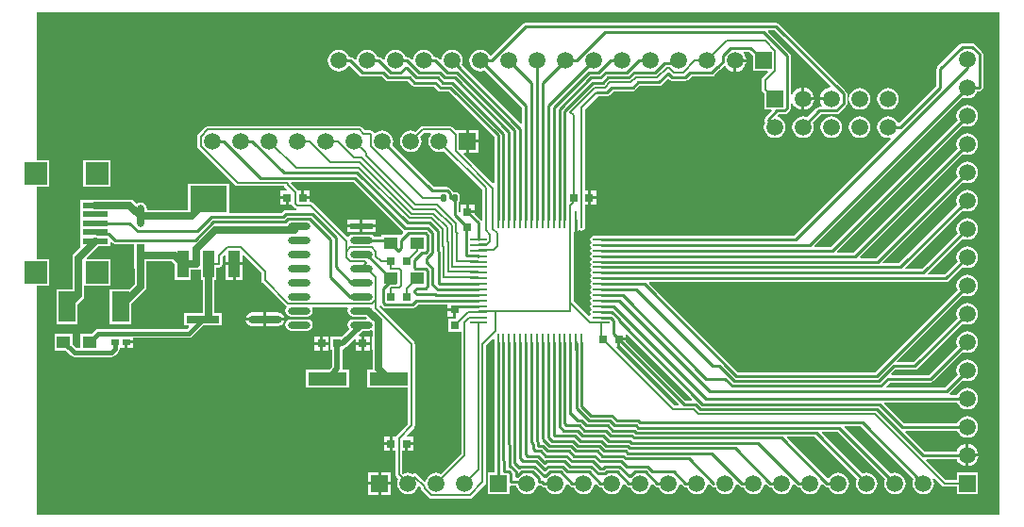
<source format=gtl>
G04 Layer_Physical_Order=1*
G04 Layer_Color=255*
%FSLAX25Y25*%
%MOIN*%
G70*
G01*
G75*
G04:AMPARAMS|DCode=10|XSize=23.62mil|YSize=19.69mil|CornerRadius=4.92mil|HoleSize=0mil|Usage=FLASHONLY|Rotation=90.000|XOffset=0mil|YOffset=0mil|HoleType=Round|Shape=RoundedRectangle|*
%AMROUNDEDRECTD10*
21,1,0.02362,0.00984,0,0,90.0*
21,1,0.01378,0.01969,0,0,90.0*
1,1,0.00984,0.00492,0.00689*
1,1,0.00984,0.00492,-0.00689*
1,1,0.00984,-0.00492,-0.00689*
1,1,0.00984,-0.00492,0.00689*
%
%ADD10ROUNDEDRECTD10*%
%ADD11R,0.03000X0.03000*%
%ADD12R,0.03000X0.03000*%
%ADD13R,0.02500X0.02000*%
%ADD14R,0.04921X0.04331*%
%ADD15O,0.08000X0.02400*%
%ADD16R,0.08000X0.02400*%
%ADD17R,0.09055X0.01969*%
%ADD18O,0.06102X0.00984*%
%ADD19O,0.00984X0.06102*%
%ADD20R,0.03937X0.09449*%
%ADD21R,0.12992X0.09449*%
%ADD22R,0.05906X0.10630*%
%ADD23R,0.11811X0.02756*%
%ADD24O,0.11811X0.02756*%
%ADD25R,0.02756X0.07874*%
%ADD26O,0.02756X0.07874*%
%ADD27R,0.13780X0.04724*%
%ADD28C,0.00800*%
%ADD29C,0.01000*%
%ADD30C,0.01500*%
%ADD31C,0.02500*%
%ADD32C,0.02000*%
%ADD33C,0.00000*%
%ADD34C,0.05906*%
%ADD35R,0.05906X0.05906*%
%ADD36R,0.07874X0.07874*%
%ADD37R,0.05906X0.05906*%
G36*
X359900Y280257D02*
X364074D01*
Y270783D01*
X359900D01*
Y245217D01*
X364074D01*
Y235743D01*
X359900D01*
Y155000D01*
X699900D01*
Y332500D01*
X359900D01*
Y280257D01*
D02*
G37*
%LPC*%
G36*
X475400Y218000D02*
X477400D01*
Y216000D01*
X475400D01*
Y218000D01*
D02*
G37*
G36*
X457900D02*
X459900D01*
Y216000D01*
X457900D01*
Y218000D01*
D02*
G37*
G36*
X460900D02*
X462900D01*
Y216000D01*
X460900D01*
Y218000D01*
D02*
G37*
G36*
X457900Y215000D02*
X459900D01*
Y213000D01*
X457900D01*
Y215000D01*
D02*
G37*
G36*
X391900Y215500D02*
X393650D01*
Y214000D01*
X391900D01*
Y215500D01*
D02*
G37*
G36*
X440900Y226425D02*
X444928D01*
X445855Y226240D01*
X446642Y225714D01*
X447167Y224928D01*
X447253Y224500D01*
X440900D01*
Y226425D01*
D02*
G37*
G36*
X435872D02*
X439900D01*
Y224500D01*
X433547D01*
X433633Y224928D01*
X434158Y225714D01*
X434945Y226240D01*
X435872Y226425D01*
D02*
G37*
G36*
X433547Y223500D02*
X439900D01*
Y221575D01*
X435872D01*
X434945Y221760D01*
X434158Y222286D01*
X433633Y223072D01*
X433547Y223500D01*
D02*
G37*
G36*
X449600Y224039D02*
X455200D01*
X455980Y223884D01*
X456642Y223442D01*
X457084Y222780D01*
X457239Y222000D01*
X457084Y221220D01*
X456642Y220558D01*
X455980Y220116D01*
X455200Y219961D01*
X449600D01*
X448820Y220116D01*
X448158Y220558D01*
X447716Y221220D01*
X447561Y222000D01*
X447716Y222780D01*
X448158Y223442D01*
X448820Y223884D01*
X449600Y224039D01*
D02*
G37*
G36*
X440900Y223500D02*
X447253D01*
X447167Y223072D01*
X446642Y222286D01*
X445855Y221760D01*
X444928Y221575D01*
X440900D01*
Y223500D01*
D02*
G37*
G36*
X460900Y215000D02*
X462900D01*
Y213000D01*
X460900D01*
Y215000D01*
D02*
G37*
G36*
X476947Y169953D02*
X480400D01*
Y166500D01*
X476947D01*
Y169953D01*
D02*
G37*
G36*
X688900Y175500D02*
X692321D01*
X692251Y174968D01*
X691853Y174007D01*
X691219Y173181D01*
X690393Y172547D01*
X689432Y172149D01*
X688900Y172079D01*
Y175500D01*
D02*
G37*
G36*
X481400Y169953D02*
X484853D01*
Y166500D01*
X481400D01*
Y169953D01*
D02*
G37*
G36*
Y165500D02*
X484853D01*
Y162047D01*
X481400D01*
Y165500D01*
D02*
G37*
G36*
X476947D02*
X480400D01*
Y162047D01*
X476947D01*
Y165500D01*
D02*
G37*
G36*
X475400Y215000D02*
X477400D01*
Y213000D01*
X475400D01*
Y215000D01*
D02*
G37*
G36*
X472400D02*
X474400D01*
Y213000D01*
X472400D01*
Y215000D01*
D02*
G37*
G36*
X482400Y182500D02*
X484400D01*
Y180500D01*
X482400D01*
Y182500D01*
D02*
G37*
G36*
X688900Y179921D02*
X689432Y179851D01*
X690393Y179453D01*
X691219Y178819D01*
X691853Y177993D01*
X692251Y177032D01*
X692321Y176500D01*
X688900D01*
Y179921D01*
D02*
G37*
G36*
X482400Y179500D02*
X484400D01*
Y177500D01*
X482400D01*
Y179500D01*
D02*
G37*
G36*
X429955Y243083D02*
X432424D01*
Y237858D01*
X429955D01*
Y243083D01*
D02*
G37*
G36*
X532386Y328825D02*
X620914D01*
X621421Y328725D01*
X621852Y328437D01*
X645590Y304699D01*
X645877Y304269D01*
X645978Y303762D01*
Y300238D01*
X645877Y299731D01*
X645590Y299301D01*
X643099Y296810D01*
X642669Y296523D01*
X642162Y296422D01*
X636696D01*
X633821Y293547D01*
X634056Y292980D01*
X634185Y292000D01*
X634056Y291020D01*
X633678Y290107D01*
X633076Y289323D01*
X632293Y288722D01*
X631380Y288344D01*
X630400Y288215D01*
X629420Y288344D01*
X628507Y288722D01*
X627724Y289323D01*
X627122Y290107D01*
X626744Y291020D01*
X626615Y292000D01*
X626744Y292980D01*
X627122Y293893D01*
X627724Y294676D01*
X628507Y295278D01*
X629420Y295656D01*
X630400Y295785D01*
X631380Y295656D01*
X631947Y295421D01*
X635210Y298685D01*
X635640Y298972D01*
X636147Y299073D01*
X637034D01*
X637280Y299573D01*
X636947Y300007D01*
X636549Y300968D01*
X636479Y301500D01*
X640400D01*
Y302500D01*
X636479D01*
X636549Y303032D01*
X636947Y303993D01*
X637581Y304819D01*
X638407Y305453D01*
X639368Y305851D01*
X639910Y305922D01*
X640090Y306450D01*
X620365Y326174D01*
X618260D01*
X618069Y325713D01*
X625590Y318191D01*
X625877Y317761D01*
X625978Y317254D01*
Y302527D01*
X626478Y302494D01*
X626549Y303032D01*
X626947Y303993D01*
X627581Y304819D01*
X628407Y305453D01*
X629368Y305851D01*
X629900Y305921D01*
Y302000D01*
Y298079D01*
X629368Y298149D01*
X628407Y298547D01*
X627581Y299181D01*
X626947Y300007D01*
X626549Y300968D01*
X626478Y301506D01*
X625978Y301473D01*
Y298509D01*
X625877Y298002D01*
X625590Y297571D01*
X624828Y296810D01*
X624399Y296523D01*
X623891Y296422D01*
X621860D01*
X621528Y296040D01*
X621645Y295546D01*
X622293Y295278D01*
X623076Y294676D01*
X623678Y293893D01*
X624056Y292980D01*
X624185Y292000D01*
X624056Y291020D01*
X623678Y290107D01*
X623076Y289323D01*
X622293Y288722D01*
X621380Y288344D01*
X620400Y288215D01*
X619420Y288344D01*
X618507Y288722D01*
X617724Y289323D01*
X617122Y290107D01*
X616744Y291020D01*
X616615Y292000D01*
X616744Y292980D01*
X616984Y293560D01*
X616734Y293934D01*
X616633Y294442D01*
X616734Y294949D01*
X617021Y295379D01*
X619428Y297785D01*
X619237Y298247D01*
X616647D01*
Y304022D01*
X616182Y304488D01*
X615917Y304885D01*
X615824Y305353D01*
Y308545D01*
X615917Y309013D01*
X616182Y309410D01*
X618058Y311285D01*
X617866Y311747D01*
X612647D01*
Y314642D01*
X612622Y314770D01*
Y315500D01*
X612647Y315628D01*
Y317378D01*
X611337Y318689D01*
X609503D01*
X609319Y318189D01*
X609853Y317493D01*
X610251Y316532D01*
X610321Y316000D01*
X606400D01*
Y315500D01*
X605900D01*
Y311579D01*
X605368Y311649D01*
X604407Y312047D01*
X603581Y312681D01*
X603018Y313414D01*
X602455Y313558D01*
X601260Y312363D01*
X600933Y312144D01*
X599099Y310310D01*
X598669Y310023D01*
X598162Y309922D01*
X594638D01*
X594420Y309965D01*
X591017D01*
X589761Y308710D01*
X589331Y308423D01*
X588824Y308322D01*
X583976D01*
X583468Y308423D01*
X583039Y308710D01*
X582673Y309076D01*
X580507Y306910D01*
X580077Y306623D01*
X579570Y306522D01*
X572664D01*
X571253Y305110D01*
X570823Y304823D01*
X570315Y304722D01*
X563410D01*
X561998Y303310D01*
X561568Y303023D01*
X561061Y302922D01*
X557997D01*
X553387Y298312D01*
Y269500D01*
X554400D01*
Y267000D01*
Y264500D01*
X553387D01*
Y262283D01*
X553481Y261811D01*
Y256693D01*
X553381Y256189D01*
X553095Y255761D01*
X552668Y255476D01*
X552164Y255376D01*
X551660Y255476D01*
X551407Y255644D01*
X551271Y255617D01*
X550777Y255287D01*
X550695Y255271D01*
Y259252D01*
X549695D01*
Y255027D01*
X549450Y254841D01*
Y252500D01*
Y230347D01*
X554667Y225131D01*
X555142Y225237D01*
X555200Y225305D01*
X555517Y225781D01*
X555544Y225917D01*
X555376Y226169D01*
X555275Y226673D01*
X555376Y227177D01*
X555432Y227262D01*
X555634Y227658D01*
X555432Y228053D01*
X555376Y228138D01*
X555275Y228642D01*
X555376Y229146D01*
X555432Y229230D01*
X555634Y229626D01*
X555432Y230022D01*
X555376Y230106D01*
X555275Y230610D01*
X555376Y231114D01*
X555432Y231199D01*
X555634Y231594D01*
X555432Y231990D01*
X555376Y232075D01*
X555275Y232579D01*
X555376Y233083D01*
X555432Y233167D01*
X555634Y233563D01*
X555432Y233959D01*
X555376Y234043D01*
X555275Y234547D01*
X555376Y235051D01*
X555432Y235136D01*
X555634Y235531D01*
X555432Y235927D01*
X555376Y236012D01*
X555275Y236516D01*
X555376Y237020D01*
X555432Y237104D01*
X555634Y237500D01*
X555432Y237896D01*
X555376Y237980D01*
X555275Y238484D01*
X555376Y238988D01*
X555432Y239073D01*
X555634Y239469D01*
X555432Y239864D01*
X555376Y239949D01*
X555275Y240453D01*
X555376Y240957D01*
X555432Y241041D01*
X555634Y241437D01*
X555432Y241833D01*
X555376Y241917D01*
X555275Y242421D01*
X555376Y242925D01*
X555432Y243010D01*
X555634Y243406D01*
X555432Y243801D01*
X555376Y243886D01*
X555275Y244390D01*
X555376Y244894D01*
X555432Y244978D01*
X555634Y245374D01*
X555432Y245770D01*
X555376Y245854D01*
X555275Y246358D01*
X555376Y246862D01*
X555432Y246947D01*
X555634Y247342D01*
X555432Y247738D01*
X555376Y247823D01*
X555275Y248327D01*
X555376Y248831D01*
X555432Y248916D01*
X555634Y249311D01*
X555432Y249707D01*
X555376Y249791D01*
X555275Y250295D01*
X555376Y250799D01*
X555432Y250884D01*
X555634Y251279D01*
X555432Y251675D01*
X555376Y251760D01*
X555275Y252264D01*
X555376Y252768D01*
X555661Y253195D01*
X556089Y253481D01*
X556593Y253581D01*
X559111D01*
X559152Y253589D01*
X627160D01*
X661415Y287844D01*
X661182Y288318D01*
X660400Y288215D01*
X659420Y288344D01*
X658507Y288722D01*
X657724Y289323D01*
X657122Y290107D01*
X656744Y291020D01*
X656615Y292000D01*
X656744Y292980D01*
X657122Y293893D01*
X657724Y294676D01*
X658507Y295278D01*
X659420Y295656D01*
X660400Y295785D01*
X661380Y295656D01*
X662293Y295278D01*
X663076Y294676D01*
X663678Y293893D01*
X663882Y293400D01*
X664375Y293349D01*
X677529Y306504D01*
Y312469D01*
X677630Y312976D01*
X677917Y313406D01*
X685701Y321190D01*
X686131Y321477D01*
X686638Y321578D01*
X690162D01*
X690669Y321477D01*
X691099Y321190D01*
X693590Y318699D01*
X693877Y318269D01*
X693978Y317761D01*
Y306000D01*
X693877Y305493D01*
X693590Y305063D01*
X693160Y304775D01*
X692653Y304675D01*
X691913D01*
X691678Y304107D01*
X691077Y303324D01*
X690293Y302722D01*
X689380Y302344D01*
X688400Y302215D01*
X687420Y302344D01*
X686853Y302579D01*
X634389Y250114D01*
X634580Y249652D01*
X640178D01*
X684979Y294453D01*
X684744Y295020D01*
X684615Y296000D01*
X684744Y296980D01*
X685122Y297893D01*
X685723Y298676D01*
X686507Y299278D01*
X687420Y299656D01*
X688400Y299785D01*
X689380Y299656D01*
X690293Y299278D01*
X691077Y298676D01*
X691678Y297893D01*
X692056Y296980D01*
X692185Y296000D01*
X692056Y295020D01*
X691678Y294107D01*
X691077Y293323D01*
X690293Y292722D01*
X689380Y292344D01*
X688400Y292215D01*
X687420Y292344D01*
X686853Y292579D01*
X642420Y248146D01*
X642612Y247684D01*
X648209D01*
X684979Y284453D01*
X684744Y285020D01*
X684615Y286000D01*
X684744Y286980D01*
X685122Y287893D01*
X685723Y288677D01*
X686507Y289278D01*
X687420Y289656D01*
X688400Y289785D01*
X689380Y289656D01*
X690293Y289278D01*
X691077Y288677D01*
X691678Y287893D01*
X692056Y286980D01*
X692185Y286000D01*
X692056Y285020D01*
X691678Y284107D01*
X691077Y283324D01*
X690293Y282722D01*
X689380Y282344D01*
X688400Y282215D01*
X687420Y282344D01*
X686853Y282579D01*
X650452Y246177D01*
X650643Y245715D01*
X656241D01*
X684979Y274453D01*
X684744Y275020D01*
X684615Y276000D01*
X684744Y276980D01*
X685122Y277893D01*
X685723Y278677D01*
X686507Y279278D01*
X687420Y279656D01*
X688400Y279785D01*
X689380Y279656D01*
X690293Y279278D01*
X691077Y278677D01*
X691678Y277893D01*
X692056Y276980D01*
X692185Y276000D01*
X692056Y275020D01*
X691678Y274107D01*
X691077Y273323D01*
X690293Y272722D01*
X689380Y272344D01*
X688400Y272215D01*
X687420Y272344D01*
X686853Y272579D01*
X658483Y244209D01*
X658674Y243747D01*
X664272D01*
X684979Y264453D01*
X684744Y265020D01*
X684615Y266000D01*
X684744Y266980D01*
X685122Y267893D01*
X685723Y268676D01*
X686507Y269278D01*
X687420Y269656D01*
X688400Y269785D01*
X689380Y269656D01*
X690293Y269278D01*
X691077Y268676D01*
X691678Y267893D01*
X692056Y266980D01*
X692185Y266000D01*
X692056Y265020D01*
X691678Y264107D01*
X691077Y263323D01*
X690293Y262722D01*
X689380Y262344D01*
X688400Y262215D01*
X687420Y262344D01*
X686853Y262579D01*
X666515Y242240D01*
X666706Y241778D01*
X672304D01*
X684979Y254453D01*
X684744Y255020D01*
X684615Y256000D01*
X684744Y256980D01*
X685122Y257893D01*
X685723Y258677D01*
X686507Y259278D01*
X687420Y259656D01*
X688400Y259785D01*
X689380Y259656D01*
X690293Y259278D01*
X691077Y258677D01*
X691678Y257893D01*
X692056Y256980D01*
X692185Y256000D01*
X692056Y255020D01*
X691678Y254107D01*
X691077Y253324D01*
X690293Y252722D01*
X689380Y252344D01*
X688400Y252215D01*
X687420Y252344D01*
X686853Y252579D01*
X674546Y240272D01*
X674738Y239810D01*
X680335D01*
X684979Y244453D01*
X684744Y245020D01*
X684615Y246000D01*
X684744Y246980D01*
X685122Y247893D01*
X685723Y248676D01*
X686507Y249278D01*
X687420Y249656D01*
X688400Y249785D01*
X689380Y249656D01*
X690293Y249278D01*
X691077Y248676D01*
X691678Y247893D01*
X692056Y246980D01*
X692185Y246000D01*
X692056Y245020D01*
X691678Y244107D01*
X691077Y243323D01*
X690293Y242722D01*
X689380Y242344D01*
X688400Y242215D01*
X687420Y242344D01*
X686853Y242579D01*
X681821Y237547D01*
X681391Y237260D01*
X680884Y237159D01*
X576269D01*
X576078Y236697D01*
X607449Y205326D01*
X655851D01*
X684979Y234453D01*
X684744Y235020D01*
X684615Y236000D01*
X684744Y236980D01*
X685122Y237893D01*
X685723Y238677D01*
X686507Y239278D01*
X687420Y239656D01*
X688400Y239785D01*
X689380Y239656D01*
X690293Y239278D01*
X691077Y238677D01*
X691678Y237893D01*
X692056Y236980D01*
X692185Y236000D01*
X692056Y235020D01*
X691678Y234107D01*
X691077Y233324D01*
X690293Y232722D01*
X689380Y232344D01*
X688400Y232215D01*
X687420Y232344D01*
X686853Y232579D01*
X663562Y209287D01*
X663753Y208825D01*
X669351D01*
X684979Y224453D01*
X684744Y225020D01*
X684615Y226000D01*
X684744Y226980D01*
X685122Y227893D01*
X685723Y228677D01*
X686507Y229278D01*
X687420Y229656D01*
X688400Y229785D01*
X689380Y229656D01*
X690293Y229278D01*
X691077Y228677D01*
X691678Y227893D01*
X692056Y226980D01*
X692185Y226000D01*
X692056Y225020D01*
X691678Y224107D01*
X691077Y223323D01*
X690293Y222722D01*
X689380Y222344D01*
X688400Y222215D01*
X687420Y222344D01*
X686853Y222579D01*
X670837Y206563D01*
X670407Y206275D01*
X669900Y206174D01*
X662995D01*
X661608Y204787D01*
X661799Y204326D01*
X674851D01*
X684979Y214453D01*
X684744Y215020D01*
X684615Y216000D01*
X684744Y216980D01*
X685122Y217893D01*
X685723Y218676D01*
X686507Y219278D01*
X687420Y219656D01*
X688400Y219785D01*
X689380Y219656D01*
X690293Y219278D01*
X691077Y218676D01*
X691678Y217893D01*
X692056Y216980D01*
X692185Y216000D01*
X692056Y215020D01*
X691678Y214107D01*
X691077Y213323D01*
X690293Y212722D01*
X689380Y212344D01*
X688400Y212215D01*
X687420Y212344D01*
X686853Y212579D01*
X676337Y202063D01*
X675907Y201775D01*
X675400Y201675D01*
X661040D01*
X659753Y200387D01*
X659944Y199925D01*
X680451D01*
X684979Y204453D01*
X684744Y205020D01*
X684615Y206000D01*
X684744Y206980D01*
X685122Y207893D01*
X685723Y208677D01*
X686507Y209278D01*
X687420Y209656D01*
X688400Y209785D01*
X689380Y209656D01*
X690293Y209278D01*
X691077Y208677D01*
X691678Y207893D01*
X692056Y206980D01*
X692185Y206000D01*
X692056Y205020D01*
X691678Y204107D01*
X691077Y203324D01*
X690293Y202722D01*
X689380Y202344D01*
X688400Y202215D01*
X687420Y202344D01*
X686853Y202579D01*
X682100Y197826D01*
X682307Y197326D01*
X684887D01*
X685122Y197893D01*
X685723Y198677D01*
X686507Y199278D01*
X687420Y199656D01*
X688400Y199785D01*
X689380Y199656D01*
X690293Y199278D01*
X691077Y198677D01*
X691678Y197893D01*
X692056Y196980D01*
X692185Y196000D01*
X692056Y195020D01*
X691678Y194107D01*
X691077Y193324D01*
X690293Y192722D01*
X689380Y192344D01*
X688400Y192215D01*
X687420Y192344D01*
X686507Y192722D01*
X685723Y193324D01*
X685122Y194107D01*
X684887Y194675D01*
X659203D01*
X659012Y194213D01*
X665899Y187326D01*
X684887D01*
X685122Y187893D01*
X685723Y188677D01*
X686507Y189278D01*
X687420Y189656D01*
X688400Y189785D01*
X689380Y189656D01*
X690293Y189278D01*
X691077Y188677D01*
X691678Y187893D01*
X692056Y186980D01*
X692185Y186000D01*
X692056Y185020D01*
X691678Y184107D01*
X691077Y183324D01*
X690293Y182722D01*
X689380Y182344D01*
X688400Y182215D01*
X687420Y182344D01*
X686507Y182722D01*
X685723Y183324D01*
X685122Y184107D01*
X684887Y184675D01*
X666657D01*
X666466Y184213D01*
X673353Y177325D01*
X684671D01*
X684947Y177993D01*
X685581Y178819D01*
X686407Y179453D01*
X687368Y179851D01*
X687900Y179921D01*
Y176000D01*
Y172079D01*
X687368Y172149D01*
X686407Y172547D01*
X685581Y173181D01*
X684947Y174007D01*
X684671Y174674D01*
X674109D01*
X673918Y174213D01*
X680907Y167224D01*
X684647D01*
Y169753D01*
X692153D01*
Y162247D01*
X684647D01*
Y164777D01*
X680400D01*
X679932Y164870D01*
X679535Y165135D01*
X676678Y167991D01*
X676254Y167708D01*
X676556Y166980D01*
X676685Y166000D01*
X676556Y165020D01*
X676178Y164107D01*
X675576Y163323D01*
X674793Y162722D01*
X673880Y162344D01*
X672900Y162215D01*
X671920Y162344D01*
X671007Y162722D01*
X670224Y163323D01*
X669622Y164107D01*
X669244Y165020D01*
X669115Y166000D01*
X669244Y166980D01*
X669479Y167547D01*
X650851Y186174D01*
X645253D01*
X645062Y185713D01*
X661353Y169421D01*
X661920Y169656D01*
X662900Y169785D01*
X663880Y169656D01*
X664793Y169278D01*
X665577Y168676D01*
X666178Y167893D01*
X666556Y166980D01*
X666685Y166000D01*
X666556Y165020D01*
X666178Y164107D01*
X665577Y163323D01*
X664793Y162722D01*
X663880Y162344D01*
X662900Y162215D01*
X661920Y162344D01*
X661007Y162722D01*
X660223Y163323D01*
X659622Y164107D01*
X659244Y165020D01*
X659115Y166000D01*
X659244Y166980D01*
X659479Y167547D01*
X642651Y184374D01*
X637053D01*
X636862Y183913D01*
X651353Y169421D01*
X651920Y169656D01*
X652900Y169785D01*
X653880Y169656D01*
X654793Y169278D01*
X655577Y168676D01*
X656178Y167893D01*
X656556Y166980D01*
X656685Y166000D01*
X656556Y165020D01*
X656178Y164107D01*
X655577Y163323D01*
X654793Y162722D01*
X653880Y162344D01*
X652900Y162215D01*
X651920Y162344D01*
X651007Y162722D01*
X650223Y163323D01*
X649622Y164107D01*
X649244Y165020D01*
X649115Y166000D01*
X649244Y166980D01*
X649479Y167547D01*
X634451Y182574D01*
X624868D01*
X624676Y182113D01*
X639091Y167698D01*
X639582Y167795D01*
X639622Y167893D01*
X640224Y168676D01*
X641007Y169278D01*
X641920Y169656D01*
X642900Y169785D01*
X643880Y169656D01*
X644793Y169278D01*
X645576Y168676D01*
X646178Y167893D01*
X646556Y166980D01*
X646685Y166000D01*
X646556Y165020D01*
X646178Y164107D01*
X645576Y163323D01*
X644793Y162722D01*
X643880Y162344D01*
X642900Y162215D01*
X641920Y162344D01*
X641007Y162722D01*
X640224Y163323D01*
X639622Y164107D01*
X639387Y164674D01*
X638914D01*
X638407Y164775D01*
X637977Y165063D01*
X637172Y165868D01*
X636644Y165689D01*
X636556Y165020D01*
X636178Y164107D01*
X635576Y163323D01*
X634793Y162722D01*
X633880Y162344D01*
X632900Y162215D01*
X631920Y162344D01*
X631007Y162722D01*
X630224Y163323D01*
X629622Y164107D01*
X629387Y164674D01*
X628914D01*
X628407Y164775D01*
X627977Y165063D01*
X627172Y165868D01*
X626644Y165689D01*
X626556Y165020D01*
X626178Y164107D01*
X625576Y163323D01*
X624793Y162722D01*
X623880Y162344D01*
X622900Y162215D01*
X621920Y162344D01*
X621007Y162722D01*
X620224Y163323D01*
X619622Y164107D01*
X619387Y164674D01*
X618914D01*
X618407Y164775D01*
X617977Y165063D01*
X617172Y165868D01*
X616644Y165689D01*
X616556Y165020D01*
X616178Y164107D01*
X615577Y163323D01*
X614793Y162722D01*
X613880Y162344D01*
X612900Y162215D01*
X611920Y162344D01*
X611007Y162722D01*
X610223Y163323D01*
X609622Y164107D01*
X609387Y164674D01*
X608914D01*
X608407Y164775D01*
X607977Y165063D01*
X607172Y165868D01*
X606644Y165689D01*
X606556Y165020D01*
X606178Y164107D01*
X605577Y163323D01*
X604793Y162722D01*
X603880Y162344D01*
X602900Y162215D01*
X601920Y162344D01*
X601007Y162722D01*
X600223Y163323D01*
X599622Y164107D01*
X599351Y164761D01*
X598914Y164674D01*
X598407Y164775D01*
X597977Y165063D01*
X597172Y165868D01*
X596644Y165689D01*
X596556Y165020D01*
X596178Y164107D01*
X595576Y163323D01*
X594793Y162722D01*
X593880Y162344D01*
X592900Y162215D01*
X591920Y162344D01*
X591007Y162722D01*
X590224Y163323D01*
X589622Y164107D01*
X589387Y164674D01*
X588914D01*
X588407Y164775D01*
X587977Y165063D01*
X587172Y165868D01*
X586644Y165689D01*
X586556Y165020D01*
X586178Y164107D01*
X585576Y163323D01*
X584793Y162722D01*
X583880Y162344D01*
X582900Y162215D01*
X581920Y162344D01*
X581007Y162722D01*
X580224Y163323D01*
X579622Y164107D01*
X579387Y164674D01*
X578914D01*
X578407Y164775D01*
X577977Y165063D01*
X577172Y165868D01*
X576644Y165689D01*
X576556Y165020D01*
X576178Y164107D01*
X575576Y163323D01*
X574793Y162722D01*
X573880Y162344D01*
X572900Y162215D01*
X571920Y162344D01*
X571007Y162722D01*
X570224Y163323D01*
X569622Y164107D01*
X569387Y164674D01*
X568914D01*
X568407Y164775D01*
X567977Y165063D01*
X567172Y165868D01*
X566644Y165689D01*
X566556Y165020D01*
X566178Y164107D01*
X565577Y163323D01*
X564793Y162722D01*
X563880Y162344D01*
X562900Y162215D01*
X561920Y162344D01*
X561007Y162722D01*
X560223Y163323D01*
X559622Y164107D01*
X559387Y164674D01*
X558914D01*
X558407Y164775D01*
X557977Y165063D01*
X557172Y165868D01*
X556644Y165689D01*
X556556Y165020D01*
X556178Y164107D01*
X555577Y163323D01*
X554793Y162722D01*
X553880Y162344D01*
X552900Y162215D01*
X551920Y162344D01*
X551007Y162722D01*
X550223Y163323D01*
X549622Y164107D01*
X549387Y164674D01*
X548914D01*
X548407Y164775D01*
X547977Y165063D01*
X547172Y165868D01*
X546644Y165689D01*
X546556Y165020D01*
X546178Y164107D01*
X545576Y163323D01*
X544793Y162722D01*
X543880Y162344D01*
X542900Y162215D01*
X541920Y162344D01*
X541007Y162722D01*
X540224Y163323D01*
X539622Y164107D01*
X539387Y164674D01*
X538914D01*
X538407Y164775D01*
X537977Y165063D01*
X537712Y165327D01*
X537153D01*
X537102Y165337D01*
X536556Y165020D01*
X536178Y164107D01*
X535576Y163323D01*
X534793Y162722D01*
X533880Y162344D01*
X532900Y162215D01*
X531920Y162344D01*
X531007Y162722D01*
X530224Y163323D01*
X529622Y164107D01*
X529244Y165020D01*
X529203Y165327D01*
X527153D01*
X527039Y165350D01*
X526653Y165033D01*
Y162247D01*
X519147D01*
Y169753D01*
X521311D01*
Y215748D01*
X521319Y215789D01*
Y216999D01*
X520857Y217190D01*
X518471Y214805D01*
Y166475D01*
X518378Y166007D01*
X518113Y165610D01*
X513485Y160982D01*
X513088Y160717D01*
X512620Y160624D01*
X499180D01*
X498712Y160717D01*
X498315Y160982D01*
X495882Y163415D01*
X495617Y163812D01*
X495524Y164280D01*
Y164388D01*
X495018Y164893D01*
X494447Y164757D01*
X494178Y164107D01*
X493576Y163323D01*
X492793Y162722D01*
X491880Y162344D01*
X490900Y162215D01*
X489920Y162344D01*
X489007Y162722D01*
X488224Y163323D01*
X487622Y164107D01*
X487244Y165020D01*
X487115Y166000D01*
X487244Y166980D01*
X487521Y167649D01*
X486835Y168335D01*
X486570Y168732D01*
X486477Y169200D01*
Y177500D01*
X485400D01*
Y180000D01*
Y182500D01*
X486593D01*
X486835Y182862D01*
X490916Y186944D01*
Y199838D01*
X476360D01*
Y206162D01*
X478013D01*
X478330Y206549D01*
X478310Y206650D01*
X478310Y206650D01*
Y213200D01*
X478100D01*
Y217800D01*
X478360D01*
Y219814D01*
X477860Y220092D01*
X477200Y219961D01*
X474956D01*
X473457Y218462D01*
X473649Y218000D01*
X474400D01*
Y216000D01*
X472400D01*
Y216751D01*
X471938Y216943D01*
X469198Y214202D01*
X468602Y213804D01*
X468200Y213724D01*
Y213200D01*
X467735D01*
Y206500D01*
X468013Y206162D01*
X470090D01*
Y199838D01*
X454710D01*
Y206162D01*
X462967D01*
X464065Y207260D01*
Y213200D01*
X463600D01*
Y217800D01*
X467605D01*
X470176Y220372D01*
X470158Y220558D01*
X469716Y221220D01*
X469561Y222000D01*
X469716Y222780D01*
X470158Y223442D01*
X470820Y223884D01*
X471600Y224039D01*
X476252D01*
X476443Y224501D01*
X476034Y224910D01*
X474400D01*
X474144Y224961D01*
X471600D01*
X470820Y225116D01*
X470158Y225558D01*
X469716Y226220D01*
X469561Y227000D01*
X469716Y227780D01*
X469820Y227936D01*
X469584Y228377D01*
X457216D01*
X456980Y227936D01*
X457084Y227780D01*
X457239Y227000D01*
X457084Y226220D01*
X456642Y225558D01*
X455980Y225116D01*
X455200Y224961D01*
X449600D01*
X448820Y225116D01*
X448158Y225558D01*
X447716Y226220D01*
X447561Y227000D01*
X447716Y227780D01*
X447908Y228067D01*
X448132Y228460D01*
X447781Y228708D01*
X447741Y228735D01*
X439535Y236941D01*
X439270Y237338D01*
X439177Y237806D01*
Y240521D01*
X432886Y246812D01*
X432424Y246621D01*
Y244083D01*
X429455D01*
X426487D01*
Y246621D01*
X426025Y246812D01*
X425349Y246136D01*
Y243583D01*
X425256Y243114D01*
X424991Y242718D01*
X424594Y242452D01*
X424126Y242359D01*
X423169D01*
Y238058D01*
X422490D01*
Y226178D01*
X425105D01*
Y221822D01*
X418457D01*
X414517Y217882D01*
X414005Y217540D01*
X413400Y217420D01*
X393650D01*
Y216500D01*
X391400D01*
Y216000D01*
X390900D01*
Y214000D01*
X389150D01*
X388980Y213570D01*
Y213500D01*
X388860Y212895D01*
X388517Y212383D01*
X387302Y211167D01*
X386789Y210825D01*
X386185Y210704D01*
X372989D01*
X372385Y210825D01*
X371872Y211167D01*
X370004Y213035D01*
X366013D01*
Y218965D01*
X372535D01*
Y214974D01*
X373644Y213865D01*
X375265D01*
Y218965D01*
X379256D01*
X380409Y220117D01*
X380921Y220460D01*
X381526Y220580D01*
X412745D01*
X413525Y221360D01*
X413334Y221822D01*
X411694D01*
Y226178D01*
X418310D01*
Y238058D01*
X417631D01*
Y241617D01*
X417132Y241885D01*
X416783Y241652D01*
X415983Y241493D01*
X414113D01*
Y238058D01*
X408576D01*
Y243395D01*
X407562Y244410D01*
X398578D01*
Y241763D01*
X398490D01*
Y235551D01*
X398490Y235551D01*
X398331Y234751D01*
X397878Y234073D01*
X393102Y229297D01*
Y222385D01*
X385596D01*
Y234615D01*
X392508D01*
X394310Y236417D01*
Y241763D01*
X394222D01*
Y250675D01*
X387451D01*
X386944Y250775D01*
X386514Y251063D01*
X386190Y251387D01*
X385728Y251196D01*
Y249917D01*
X381572D01*
X377334Y245679D01*
X377526Y245217D01*
X385728D01*
Y235743D01*
X376490D01*
Y232449D01*
X376490Y232449D01*
X376331Y231649D01*
X375878Y230971D01*
X374204Y229297D01*
Y222385D01*
X366698D01*
Y234615D01*
X372310D01*
Y245701D01*
X372469Y246501D01*
X372922Y247179D01*
X375244Y249501D01*
X375072Y249917D01*
X375072D01*
Y253066D01*
Y256216D01*
Y259365D01*
Y262515D01*
Y266083D01*
X379380D01*
X379600Y266230D01*
X380400Y266389D01*
X392601D01*
X392601Y266389D01*
X393401Y266230D01*
X394079Y265777D01*
X395068Y264788D01*
X395550Y265111D01*
X396400Y265280D01*
X397250Y265111D01*
X397970Y264629D01*
X398452Y263909D01*
X398621Y263059D01*
Y262590D01*
X413104D01*
Y271942D01*
X427696D01*
Y261718D01*
X446363D01*
X446882Y262237D01*
X447312Y262525D01*
X447819Y262626D01*
X451393D01*
X451442Y263125D01*
X451220Y263170D01*
X450823Y263435D01*
X450120Y264138D01*
X449878Y264500D01*
X448685D01*
Y267000D01*
X448185D01*
Y267500D01*
X445685D01*
Y269500D01*
X447999D01*
X448190Y269962D01*
X447520Y270632D01*
X447255Y271029D01*
X447245Y271076D01*
X430727D01*
X430259Y271170D01*
X429862Y271435D01*
X416882Y284415D01*
X416617Y284812D01*
X416524Y285280D01*
Y288720D01*
X416617Y289188D01*
X416882Y289585D01*
X419315Y292018D01*
X419712Y292283D01*
X420180Y292376D01*
X473620D01*
X474088Y292283D01*
X474485Y292018D01*
X475727Y290776D01*
X477747D01*
X478216Y290683D01*
X478612Y290418D01*
X478878Y290021D01*
X478879Y290011D01*
X478887Y290004D01*
X479425Y289831D01*
X480007Y290278D01*
X480920Y290656D01*
X481900Y290785D01*
X482880Y290656D01*
X483793Y290278D01*
X484577Y289676D01*
X485178Y288893D01*
X485556Y287980D01*
X485685Y287000D01*
X485556Y286020D01*
X485321Y285453D01*
X499968Y270807D01*
X504666D01*
X505173Y270706D01*
X505603Y270418D01*
X506653Y269369D01*
X506895Y269006D01*
X507861D01*
X508365Y268906D01*
X508792Y268620D01*
X509078Y268193D01*
X509178Y267689D01*
Y266311D01*
X509078Y265807D01*
X508792Y265380D01*
X508694Y265314D01*
Y261746D01*
X508900Y261587D01*
X509400Y261833D01*
Y264500D01*
X511400D01*
Y262000D01*
X511900D01*
Y261500D01*
X514400D01*
Y261374D01*
X516585Y259189D01*
X516677Y259053D01*
X517176Y259204D01*
Y269993D01*
X503549Y283621D01*
X502880Y283344D01*
X501900Y283215D01*
X500920Y283344D01*
X500007Y283722D01*
X499224Y284324D01*
X498622Y285107D01*
X498244Y286020D01*
X498115Y287000D01*
X498244Y287980D01*
X498622Y288893D01*
X499034Y289429D01*
X498787Y289929D01*
X496560D01*
X495279Y288649D01*
X495556Y287980D01*
X495685Y287000D01*
X495556Y286020D01*
X495178Y285107D01*
X494577Y284324D01*
X493793Y283722D01*
X492880Y283344D01*
X491900Y283215D01*
X490920Y283344D01*
X490007Y283722D01*
X489223Y284324D01*
X488622Y285107D01*
X488244Y286020D01*
X488115Y287000D01*
X488244Y287980D01*
X488622Y288893D01*
X489223Y289676D01*
X490007Y290278D01*
X490920Y290656D01*
X491900Y290785D01*
X492880Y290656D01*
X493549Y290379D01*
X495188Y292018D01*
X495584Y292283D01*
X496053Y292376D01*
X505747D01*
X506215Y292283D01*
X506612Y292018D01*
X507505Y291125D01*
X507947Y290953D01*
Y290953D01*
X507947Y290953D01*
X511400D01*
Y287000D01*
Y283047D01*
X510634D01*
X510442Y282585D01*
X520849Y272179D01*
X521311Y272370D01*
Y288532D01*
X505321Y304522D01*
X502402D01*
X501895Y304623D01*
X501465Y304910D01*
X500053Y306322D01*
X493147D01*
X492640Y306423D01*
X492210Y306710D01*
X490798Y308122D01*
X483893D01*
X483386Y308223D01*
X482956Y308510D01*
X481544Y309922D01*
X474639D01*
X474131Y310023D01*
X473701Y310310D01*
X470209Y313802D01*
X469718Y313705D01*
X469678Y313607D01*
X469076Y312824D01*
X468293Y312222D01*
X467380Y311844D01*
X466400Y311715D01*
X465420Y311844D01*
X464507Y312222D01*
X463724Y312824D01*
X463122Y313607D01*
X462744Y314520D01*
X462615Y315500D01*
X462744Y316480D01*
X463122Y317393D01*
X463724Y318177D01*
X464507Y318778D01*
X465420Y319156D01*
X466400Y319285D01*
X467380Y319156D01*
X468293Y318778D01*
X469076Y318177D01*
X469678Y317393D01*
X469913Y316826D01*
X470386D01*
X470893Y316725D01*
X471323Y316437D01*
X472128Y315632D01*
X472656Y315811D01*
X472744Y316480D01*
X473122Y317393D01*
X473724Y318177D01*
X474507Y318778D01*
X475420Y319156D01*
X476400Y319285D01*
X477380Y319156D01*
X478293Y318778D01*
X479076Y318177D01*
X479678Y317393D01*
X479913Y316826D01*
X480386D01*
X480893Y316725D01*
X481323Y316437D01*
X482128Y315632D01*
X482656Y315811D01*
X482744Y316480D01*
X483122Y317393D01*
X483723Y318177D01*
X484507Y318778D01*
X485420Y319156D01*
X486400Y319285D01*
X487380Y319156D01*
X488293Y318778D01*
X489077Y318177D01*
X489678Y317393D01*
X489913Y316826D01*
X490386D01*
X490893Y316725D01*
X491323Y316437D01*
X492128Y315632D01*
X492656Y315811D01*
X492744Y316480D01*
X493122Y317393D01*
X493723Y318177D01*
X494507Y318778D01*
X495420Y319156D01*
X496400Y319285D01*
X497380Y319156D01*
X498293Y318778D01*
X499077Y318177D01*
X499678Y317393D01*
X499913Y316826D01*
X500386D01*
X500893Y316725D01*
X501323Y316437D01*
X502128Y315632D01*
X502656Y315811D01*
X502744Y316480D01*
X503122Y317393D01*
X503723Y318177D01*
X504507Y318778D01*
X505420Y319156D01*
X506400Y319285D01*
X507380Y319156D01*
X508293Y318778D01*
X509076Y318177D01*
X509678Y317393D01*
X510056Y316480D01*
X510185Y315500D01*
X510056Y314520D01*
X509821Y313953D01*
X530691Y293083D01*
X531153Y293274D01*
Y298872D01*
X517947Y312079D01*
X517380Y311844D01*
X516400Y311715D01*
X515420Y311844D01*
X514507Y312222D01*
X513724Y312824D01*
X513122Y313607D01*
X512744Y314520D01*
X512615Y315500D01*
X512744Y316480D01*
X513122Y317393D01*
X513724Y318177D01*
X514507Y318778D01*
X515420Y319156D01*
X516400Y319285D01*
X517380Y319156D01*
X518293Y318778D01*
X519076Y318177D01*
X519678Y317393D01*
X519718Y317295D01*
X520209Y317198D01*
X531448Y328437D01*
X531878Y328725D01*
X532386Y328825D01*
D02*
G37*
G36*
X650400Y295785D02*
X651380Y295656D01*
X652293Y295278D01*
X653077Y294676D01*
X653678Y293893D01*
X654056Y292980D01*
X654185Y292000D01*
X654056Y291020D01*
X653678Y290107D01*
X653077Y289323D01*
X652293Y288722D01*
X651380Y288344D01*
X650400Y288215D01*
X649420Y288344D01*
X648507Y288722D01*
X647723Y289323D01*
X647122Y290107D01*
X646744Y291020D01*
X646615Y292000D01*
X646744Y292980D01*
X647122Y293893D01*
X647723Y294676D01*
X648507Y295278D01*
X649420Y295656D01*
X650400Y295785D01*
D02*
G37*
G36*
X512400Y290953D02*
X515853D01*
Y287500D01*
X512400D01*
Y290953D01*
D02*
G37*
G36*
X376254Y280257D02*
X385728D01*
Y270783D01*
X376254D01*
Y280257D01*
D02*
G37*
G36*
X512400Y286500D02*
X515853D01*
Y283047D01*
X512400D01*
Y286500D01*
D02*
G37*
G36*
X640400Y295785D02*
X641380Y295656D01*
X642293Y295278D01*
X643077Y294676D01*
X643678Y293893D01*
X644056Y292980D01*
X644185Y292000D01*
X644056Y291020D01*
X643678Y290107D01*
X643077Y289323D01*
X642293Y288722D01*
X641380Y288344D01*
X640400Y288215D01*
X639420Y288344D01*
X638507Y288722D01*
X637723Y289323D01*
X637122Y290107D01*
X636744Y291020D01*
X636615Y292000D01*
X636744Y292980D01*
X637122Y293893D01*
X637723Y294676D01*
X638507Y295278D01*
X639420Y295656D01*
X640400Y295785D01*
D02*
G37*
G36*
X630900Y305921D02*
X631432Y305851D01*
X632393Y305453D01*
X633219Y304819D01*
X633853Y303993D01*
X634251Y303032D01*
X634321Y302500D01*
X630900D01*
Y305921D01*
D02*
G37*
G36*
X606900Y315000D02*
X610321D01*
X610251Y314468D01*
X609853Y313507D01*
X609219Y312681D01*
X608393Y312047D01*
X607432Y311649D01*
X606900Y311579D01*
Y315000D01*
D02*
G37*
G36*
X650400Y305785D02*
X651380Y305656D01*
X652293Y305278D01*
X653077Y304677D01*
X653678Y303893D01*
X654056Y302980D01*
X654185Y302000D01*
X654056Y301020D01*
X653678Y300107D01*
X653077Y299324D01*
X652293Y298722D01*
X651380Y298344D01*
X650400Y298215D01*
X649420Y298344D01*
X648507Y298722D01*
X647723Y299324D01*
X647122Y300107D01*
X646744Y301020D01*
X646615Y302000D01*
X646744Y302980D01*
X647122Y303893D01*
X647723Y304677D01*
X648507Y305278D01*
X649420Y305656D01*
X650400Y305785D01*
D02*
G37*
G36*
X630900Y301500D02*
X634321D01*
X634251Y300968D01*
X633853Y300007D01*
X633219Y299181D01*
X632393Y298547D01*
X631432Y298149D01*
X630900Y298079D01*
Y301500D01*
D02*
G37*
G36*
X660400Y305785D02*
X661380Y305656D01*
X662293Y305278D01*
X663076Y304677D01*
X663678Y303893D01*
X664056Y302980D01*
X664185Y302000D01*
X664056Y301020D01*
X663678Y300107D01*
X663076Y299324D01*
X662293Y298722D01*
X661380Y298344D01*
X660400Y298215D01*
X659420Y298344D01*
X658507Y298722D01*
X657724Y299324D01*
X657122Y300107D01*
X656744Y301020D01*
X656615Y302000D01*
X656744Y302980D01*
X657122Y303893D01*
X657724Y304677D01*
X658507Y305278D01*
X659420Y305656D01*
X660400Y305785D01*
D02*
G37*
G36*
X555400Y266500D02*
X557400D01*
Y264500D01*
X555400D01*
Y266500D01*
D02*
G37*
G36*
X512400Y264500D02*
X514400D01*
Y262500D01*
X512400D01*
Y264500D01*
D02*
G37*
G36*
X426487Y243083D02*
X428955D01*
Y237858D01*
X426487D01*
Y243083D01*
D02*
G37*
G36*
X555400Y269500D02*
X557400D01*
Y267500D01*
X555400D01*
Y269500D01*
D02*
G37*
G36*
X445685Y266500D02*
X447685D01*
Y264500D01*
X445685D01*
Y266500D01*
D02*
G37*
%LPD*%
G36*
X449609Y272300D02*
Y272004D01*
X451850Y269762D01*
X452026Y269500D01*
X453185D01*
Y267000D01*
X453685D01*
Y266500D01*
X456185D01*
Y265524D01*
X456385D01*
X456853Y265430D01*
X457250Y265165D01*
X469323Y253092D01*
X469967Y253156D01*
X470158Y253442D01*
X470820Y253884D01*
X471600Y254039D01*
X477200D01*
X477980Y253884D01*
X478642Y253442D01*
X478720Y253326D01*
X481513D01*
Y253965D01*
X488035D01*
Y253965D01*
X488472Y253784D01*
X489279Y254592D01*
X489168Y255188D01*
X488959Y255328D01*
X471613Y272674D01*
X449916D01*
X449609Y272300D01*
D02*
G37*
G36*
X493376Y228263D02*
X492946Y227975D01*
X492439Y227874D01*
X482862D01*
X482354Y227975D01*
X481924Y228263D01*
X481430Y228757D01*
X480945Y228569D01*
X480901Y228194D01*
X493005Y216090D01*
X493270Y215693D01*
X493363Y215225D01*
Y186437D01*
X493270Y185969D01*
X493005Y185572D01*
X490395Y182962D01*
X490587Y182500D01*
X492900D01*
Y180500D01*
X490400D01*
Y180000D01*
X489900D01*
Y177500D01*
X488924D01*
Y169707D01*
X489251Y169379D01*
X489920Y169656D01*
X490900Y169785D01*
X491880Y169656D01*
X492593Y169361D01*
X492802Y169501D01*
X493271Y169594D01*
X493739Y169501D01*
X494136Y169236D01*
X496745Y166627D01*
X497219Y166787D01*
X497244Y166980D01*
X497622Y167893D01*
X498223Y168676D01*
X499007Y169278D01*
X499920Y169656D01*
X500900Y169785D01*
X501880Y169656D01*
X502549Y169379D01*
X509677Y176507D01*
Y219700D01*
X505100D01*
Y224300D01*
X507793D01*
X507946Y224500D01*
X507900Y224593D01*
Y227500D01*
X507400D01*
Y228000D01*
X504900D01*
Y229285D01*
X494398D01*
X493376Y228263D01*
D02*
G37*
G36*
X567900Y218472D02*
Y217500D01*
X565400D01*
Y217000D01*
X564900D01*
Y214500D01*
X564784D01*
X564592Y214038D01*
X585107Y193524D01*
X586349D01*
X586540Y193985D01*
X566025Y214500D01*
X565900D01*
Y216500D01*
X567900D01*
Y216374D01*
X588949Y195326D01*
X591047D01*
X591238Y195787D01*
X568362Y218664D01*
X567900Y218472D01*
D02*
G37*
%LPC*%
G36*
X474900Y256500D02*
X479400D01*
Y254800D01*
X474900D01*
Y256500D01*
D02*
G37*
G36*
X504900Y227000D02*
X506900D01*
Y225000D01*
X504900D01*
Y227000D01*
D02*
G37*
G36*
X469400Y256500D02*
X473900D01*
Y254800D01*
X469400D01*
Y256500D01*
D02*
G37*
G36*
X490900Y179500D02*
X492900D01*
Y177500D01*
X490900D01*
Y179500D01*
D02*
G37*
G36*
X454185Y269500D02*
X456185D01*
Y267500D01*
X454185D01*
Y269500D01*
D02*
G37*
G36*
X474900Y259200D02*
X479400D01*
Y257500D01*
X474900D01*
Y259200D01*
D02*
G37*
G36*
X469400D02*
X473900D01*
Y257500D01*
X469400D01*
Y259200D01*
D02*
G37*
%LPD*%
D10*
X503432Y267000D02*
D03*
X507369D02*
D03*
D11*
X511900Y256500D02*
D03*
Y262000D02*
D03*
X507400Y227500D02*
D03*
Y222000D02*
D03*
D12*
X484900Y180000D02*
D03*
X490400D02*
D03*
X448185Y267000D02*
D03*
X453685D02*
D03*
X480400Y215500D02*
D03*
X474900D02*
D03*
X460400D02*
D03*
X465900D02*
D03*
X490400Y244500D02*
D03*
X484900D02*
D03*
X490400Y232000D02*
D03*
X484900D02*
D03*
X554900Y267000D02*
D03*
X549400D02*
D03*
X565400Y217000D02*
D03*
X559900D02*
D03*
D13*
X391400Y216000D02*
D03*
X387400D02*
D03*
D14*
X369274D02*
D03*
X378526D02*
D03*
X494026Y251000D02*
D03*
X484774D02*
D03*
X494026Y238500D02*
D03*
X484774D02*
D03*
D15*
X452400Y257000D02*
D03*
Y232000D02*
D03*
Y227000D02*
D03*
Y252000D02*
D03*
Y237000D02*
D03*
X474400Y232000D02*
D03*
Y237000D02*
D03*
Y242000D02*
D03*
Y247000D02*
D03*
Y252000D02*
D03*
Y222000D02*
D03*
X452400Y242000D02*
D03*
X474400Y227000D02*
D03*
X452400Y222000D02*
D03*
Y247000D02*
D03*
D16*
X474400Y257000D02*
D03*
D17*
X380400Y264299D02*
D03*
Y261150D02*
D03*
Y258000D02*
D03*
Y254850D02*
D03*
Y251701D02*
D03*
D18*
X515648Y222736D02*
D03*
Y224705D02*
D03*
Y226673D02*
D03*
Y228642D02*
D03*
Y230610D02*
D03*
Y232579D02*
D03*
Y234547D02*
D03*
Y236516D02*
D03*
Y238484D02*
D03*
Y240453D02*
D03*
Y242421D02*
D03*
Y244390D02*
D03*
Y246358D02*
D03*
Y248327D02*
D03*
Y250295D02*
D03*
Y252264D02*
D03*
X559152D02*
D03*
Y250295D02*
D03*
Y248327D02*
D03*
Y246358D02*
D03*
Y244390D02*
D03*
Y242421D02*
D03*
Y240453D02*
D03*
Y238484D02*
D03*
Y236516D02*
D03*
Y234547D02*
D03*
Y232579D02*
D03*
Y230610D02*
D03*
Y228642D02*
D03*
Y226673D02*
D03*
Y224705D02*
D03*
Y222736D02*
D03*
D19*
X522636Y259252D02*
D03*
X524605D02*
D03*
X526573D02*
D03*
X528542D02*
D03*
X530510D02*
D03*
X532479D02*
D03*
X534447D02*
D03*
X536416D02*
D03*
X538384D02*
D03*
X540353D02*
D03*
X542321D02*
D03*
X544290D02*
D03*
X546258D02*
D03*
X548227D02*
D03*
X550195D02*
D03*
X552164D02*
D03*
Y215748D02*
D03*
X550195D02*
D03*
X548227D02*
D03*
X546258D02*
D03*
X544290D02*
D03*
X542321D02*
D03*
X540353D02*
D03*
X538384D02*
D03*
X536416D02*
D03*
X534447D02*
D03*
X532479D02*
D03*
X530510D02*
D03*
X528542D02*
D03*
X526573D02*
D03*
X524605D02*
D03*
X522636D02*
D03*
D20*
X429455Y243583D02*
D03*
X420400D02*
D03*
X411345D02*
D03*
D21*
X420400Y266417D02*
D03*
D22*
X370451Y228500D02*
D03*
X389349D02*
D03*
D23*
X418400Y224000D02*
D03*
D24*
X440400D02*
D03*
D25*
X396400Y246500D02*
D03*
D26*
Y260500D02*
D03*
D27*
X484050Y203000D02*
D03*
X462400D02*
D03*
D28*
X515924Y226950D02*
X515648Y226673D01*
X496747Y164894D02*
X493271Y168371D01*
X521900Y226950D02*
X515924D01*
X548227D02*
X521900D01*
X493271Y168371D02*
X490900Y166000D01*
X496747Y164280D02*
Y164894D01*
X499180Y161847D02*
X496747Y164280D01*
X512620Y161847D02*
X499180D01*
X517248Y166475D02*
X512620Y161847D01*
X517248Y166475D02*
Y215312D01*
X521900Y219964D02*
X517248Y215312D01*
X521900Y219964D02*
Y226950D01*
X469200Y251485D02*
X456385Y264300D01*
X451688D01*
X450985Y265003D01*
Y268897D01*
X448385Y271497D01*
Y272300D01*
X490900Y166000D02*
X487700Y169200D01*
Y181997D01*
X492140Y186437D02*
X487700Y181997D01*
X492140Y186437D02*
Y215225D01*
X603400Y322500D02*
X596400Y315500D01*
X617003Y322500D02*
X603400D01*
X620553Y318950D02*
X617003Y322500D01*
X620553Y312050D02*
Y318950D01*
Y312050D02*
X617047Y308545D01*
Y305353D02*
Y308545D01*
X620400Y302000D02*
X617047Y305353D01*
X492140Y215225D02*
X479600Y227765D01*
Y231006D01*
X512388Y224428D02*
X510900Y222940D01*
Y176000D02*
Y222940D01*
Y176000D02*
X500900Y166000D01*
X515372Y224428D02*
X512388D01*
X515648Y224705D02*
X515372Y224428D01*
X515648Y170748D02*
X510900Y166000D01*
X515648Y170748D02*
Y222736D01*
X469200Y247994D02*
Y251485D01*
Y246006D02*
Y247994D01*
X470606Y244600D02*
X469200Y246006D01*
X448385Y272300D02*
X430727D01*
X417747Y285280D01*
Y288720D01*
X420180Y291153D02*
X417747Y288720D01*
X479600Y231006D02*
Y238800D01*
X508400Y254493D02*
X508197Y254290D01*
X451400Y277500D02*
X441900Y287000D01*
X515648Y238484D02*
X515372Y238761D01*
X456027Y287000D02*
X451900D01*
X463380Y279647D02*
X456027Y287000D01*
X515648Y240453D02*
X515372Y240729D01*
X476053Y282847D02*
X471900Y287000D01*
X466027D02*
X461900D01*
X471780Y281247D02*
X466027Y287000D01*
X515648Y242421D02*
X515372Y242698D01*
X515648Y244390D02*
X515372Y244666D01*
X548227Y252500D02*
Y259252D01*
Y229841D02*
Y252500D01*
Y226950D02*
Y229841D01*
X484900Y232000D02*
Y235135D01*
Y241865D02*
Y244500D01*
X481334D01*
X479600Y246234D01*
Y247994D01*
X478194Y249400D01*
X470606D01*
X469200Y247994D01*
X475540Y244600D02*
X470606D01*
X476270Y243870D02*
X475540Y244600D01*
X476270Y243870D02*
X474400Y242000D01*
X578866Y309547D02*
X571411D01*
X569611Y307747D01*
X556888Y305947D02*
X548227Y297286D01*
X592273Y315500D02*
X588120Y311347D01*
X560357Y305947D02*
X556888D01*
X562157Y307747D02*
X560357Y305947D01*
X569611Y307747D02*
X562157D01*
X582309Y312991D02*
X578866Y309547D01*
X583036Y312991D02*
X582309D01*
X584680Y311347D02*
X583036Y312991D01*
X588120Y311347D02*
X584680D01*
X596400Y315500D02*
X592273D01*
X479600Y231006D02*
X478194Y229600D01*
X479600Y238800D02*
X476400Y242000D01*
X474400D01*
X424126Y243583D02*
X420400D01*
X478194Y229600D02*
X448606D01*
X440400Y237806D01*
Y241028D01*
X431921Y249507D01*
X426990D01*
X424126Y246643D01*
Y243583D02*
Y246643D01*
X688400Y166000D02*
X680400D01*
X655900Y190500D01*
X593450D02*
X591650Y192300D01*
X655900Y190500D02*
X593450D01*
X555239Y222828D02*
X548227Y229841D01*
X559060Y222828D02*
X555239D01*
X515372Y238761D02*
X503397D01*
X515372Y240729D02*
X504997D01*
X515372Y242698D02*
X506597D01*
X515372Y244666D02*
X508197D01*
Y254290D01*
X490400Y232000D02*
Y234874D01*
X494026Y238500D02*
X490400Y234874D01*
X488435Y241162D02*
X487732Y241865D01*
X484900D01*
X487732Y235135D02*
X484900D01*
X488435Y235838D02*
X487732Y235135D01*
X488435Y235838D02*
Y241162D01*
X494026Y248126D02*
Y251000D01*
Y248126D02*
X490400Y244500D01*
X476053Y281847D02*
Y282847D01*
X506597Y242698D02*
Y252893D01*
X473612Y277500D02*
X451400D01*
X503087Y255899D02*
X499220Y259765D01*
X491346D01*
X473612Y277500D01*
X504687Y256562D02*
X499883Y261365D01*
X492009D01*
X506287Y257225D02*
X500546Y262965D01*
X492672D01*
X507887Y257887D02*
X501209Y264565D01*
X493335D01*
X476053Y281847D01*
X503397Y238761D02*
Y249693D01*
X504997Y240729D02*
Y251293D01*
X492009Y261365D02*
X473727Y279647D01*
X463380D01*
X508400Y254493D02*
X507887Y255007D01*
Y257887D01*
X474390Y281247D02*
X471780D01*
X506597Y252893D02*
X506287Y253204D01*
Y257225D01*
X492672Y262965D02*
X474390Y281247D01*
X504997Y251293D02*
X504687Y251604D01*
Y256562D01*
X503397Y249693D02*
X503087Y250004D01*
Y255899D01*
X515648Y226673D02*
X512073D01*
X507400Y222000D01*
X549400Y265500D02*
X548227Y264327D01*
Y259252D02*
Y264327D01*
X549400Y267000D02*
Y296113D01*
X548227Y297286D01*
X552164Y259252D02*
Y298819D01*
X557592Y304247D02*
X552164Y298819D01*
X559152Y217748D02*
Y222736D01*
X584600Y192300D02*
X559900Y217000D01*
X559152Y217748D01*
X591650Y192300D02*
X584600D01*
X503432Y267000D02*
X496027D01*
X477747Y285280D01*
Y289553D01*
X475220D01*
X473620Y291153D01*
X420180D01*
X515648Y248327D02*
Y248603D01*
X507747Y283550D02*
Y289153D01*
X505747Y291153D01*
X496053D01*
X491900Y287000D01*
X520936Y270361D02*
X507747Y283550D01*
X520936Y256000D02*
Y270361D01*
X521003Y248603D02*
X515648D01*
X522400Y250000D02*
X521003Y248603D01*
X522400Y250000D02*
Y254536D01*
X520936Y256000D01*
X515648Y250295D02*
Y250572D01*
X519899Y251563D02*
X518908Y250572D01*
X519899Y251563D02*
Y253956D01*
X518908Y250572D02*
X515648D01*
X519899Y253956D02*
X518400Y255455D01*
Y270500D01*
X501900Y287000D01*
D29*
X613947Y314770D02*
Y315500D01*
X616400D02*
X611886Y320014D01*
X604900D01*
X602147Y317262D01*
Y315124D02*
Y317262D01*
Y315124D02*
X600323Y313300D01*
X560386Y325500D02*
X550386Y315500D01*
X616407Y325500D02*
X560386D01*
X624653Y317254D02*
X616407Y325500D01*
X532386Y327500D02*
X520386Y315500D01*
X620914Y327500D02*
X532386D01*
X644653Y303762D02*
X620914Y327500D01*
X425886Y287000D02*
X421900D01*
X438886Y274000D02*
X425886Y287000D01*
X515648Y232579D02*
X515569Y232500D01*
X435886Y287000D02*
X431900D01*
X447086Y275800D02*
X435886Y287000D01*
X515648Y236516D02*
X515472Y236692D01*
X488474Y249367D02*
Y251912D01*
Y249367D02*
X487442Y248335D01*
X487439D01*
X484774Y251000D01*
X492439Y229200D02*
X482862D01*
X482100Y229961D01*
Y234739D01*
X484196Y236835D02*
X482100Y234739D01*
X484774Y238500D02*
X476274Y247000D01*
X474400D01*
X484774Y251000D02*
X483774Y252000D01*
X474400D01*
X578161Y311247D02*
X570707D01*
X581605Y314691D02*
X578161Y311247D01*
X585591Y314691D02*
X581605D01*
X570707Y311247D02*
X568907Y309447D01*
X579570Y307847D02*
X572115D01*
X570315Y306047D01*
X556184Y307647D02*
X546258Y297722D01*
X561061Y304247D02*
X557592D01*
X562861Y306047D02*
X561061Y304247D01*
X570315Y306047D02*
X562861D01*
X582673Y310950D02*
X579570Y307847D01*
X582673Y310950D02*
Y310950D01*
X583976Y309647D02*
X582673Y310950D01*
X559653Y307647D02*
X556184D01*
X561453Y309447D02*
X559653Y307647D01*
X568907Y309447D02*
X561453D01*
X588824Y309647D02*
X583976D01*
X590468Y311291D02*
X588824Y309647D01*
X594595Y311291D02*
X590468D01*
X586400Y315500D02*
X585591Y314691D01*
X546258Y259252D02*
Y297722D01*
X568161Y311247D02*
X560707D01*
X572414Y315500D02*
X568161Y311247D01*
X560707D02*
X558907Y309447D01*
X555438D02*
X544290Y298299D01*
X558907Y309447D02*
X555438D01*
X576400Y315500D02*
X572414D01*
X544290Y259252D02*
Y298299D01*
X562414Y315500D02*
X558161Y311247D01*
X566400Y315500D02*
X562414D01*
X542321Y259252D02*
Y298876D01*
X554693Y311247D02*
X542321Y298876D01*
X558161Y311247D02*
X554693D01*
X594638D02*
X594595Y311291D01*
X598162Y311247D02*
X594638D01*
X600214Y313300D02*
X598162Y311247D01*
X600323Y313300D02*
X600214D01*
X616400Y315500D02*
X613947D01*
X524605Y259252D02*
Y289658D01*
X526573Y259252D02*
Y290236D01*
X524605Y289658D02*
X506616Y307647D01*
X494638Y311247D02*
X490386Y315500D01*
X502093Y311247D02*
X494638D01*
X503893Y309447D02*
X502093Y311247D01*
X526573Y290236D02*
X507362Y309447D01*
X493893D02*
X490293Y313047D01*
X501347Y309447D02*
X493893D01*
X503147Y307647D02*
X501347Y309447D01*
X490293Y313047D02*
X489961D01*
X491347Y309447D02*
X483893D01*
X500602Y307647D02*
X493147D01*
X502402Y305847D02*
X500602Y307647D01*
X493147D02*
X491347Y309447D01*
X522636Y259252D02*
Y289082D01*
X484639Y311247D02*
X480386Y315500D01*
X505870Y305847D02*
X502402D01*
X522636Y289082D02*
X505870Y305847D01*
X506616Y307647D02*
X503147D01*
X507362Y309447D02*
X503893D01*
X482093Y311247D02*
X474639D01*
X483893Y309447D02*
X482093Y311247D01*
X488162D02*
X484639D01*
X489961Y313047D02*
X488162Y311247D01*
X504638D02*
X500386Y315500D01*
X496400D01*
X508107Y311247D02*
X504638D01*
X528542Y290813D02*
X508107Y311247D01*
X528542Y259252D02*
Y290813D01*
X490386Y315500D02*
X486400D01*
X480386D02*
X476400D01*
X474639Y311247D02*
X470386Y315500D01*
X466400D01*
X465400Y252881D02*
X456981Y261300D01*
X465400Y242500D02*
Y252881D01*
X470900Y237000D02*
X465400Y242500D01*
X463400Y252336D02*
X456236Y259500D01*
X463400Y239000D02*
Y252336D01*
X470400Y232000D02*
X463400Y239000D01*
X474400Y237000D02*
X470900D01*
X474400Y232000D02*
X472400D01*
X456981Y261300D02*
X447819D01*
X446912Y260393D01*
X421466D01*
X416336Y255263D01*
X395291D01*
X392554Y258000D01*
X380400D01*
X447565Y258500D02*
X422119D01*
X448564Y259500D02*
X447565Y258500D01*
X456236Y259500D02*
X448564D01*
X422119Y258500D02*
X415619Y252000D01*
X387451D02*
X385200Y254251D01*
X415619Y252000D02*
X387451D01*
X385200Y254251D02*
X381000D01*
X380400Y254850D01*
X536416Y259252D02*
Y315484D01*
X536400Y315500D01*
X534447Y259252D02*
Y307453D01*
X526400Y315500D01*
X538384Y259252D02*
Y307484D01*
X546400Y315500D02*
X538384Y307484D01*
X532479Y259252D02*
Y299421D01*
X516400Y315500D01*
X540353Y259252D02*
Y299453D01*
X556400Y315500D02*
X540353Y299453D01*
X530510Y259252D02*
Y291390D01*
X506400Y315500D01*
X522636Y166264D02*
Y215748D01*
X572900Y166000D02*
X568914D01*
X562900D02*
X558914D01*
X552900D02*
X548914D01*
X526573Y179781D02*
Y215748D01*
X524605Y174295D02*
Y215748D01*
X526742Y179613D02*
X526573Y179781D01*
X532900Y166000D02*
X532247Y166653D01*
X524942Y173958D02*
X524605Y174295D01*
X532247Y166653D02*
X527153D01*
Y169491D01*
X526391Y170253D01*
X524942D01*
Y173958D01*
X526742Y172053D02*
Y179613D01*
X528542Y173193D02*
Y215748D01*
X529339Y168453D02*
X528953D01*
Y170237D01*
X527137Y172053D01*
X526742D01*
X530038Y171697D02*
X528542Y173193D01*
X531139Y170253D02*
X529339Y168453D01*
X530393Y172053D02*
X530038Y171697D01*
X530510Y174890D02*
Y215748D01*
X531547Y173853D02*
X530510Y174890D01*
X582900Y166000D02*
X578914D01*
X588914D02*
X584661Y170253D01*
X592900Y166000D02*
X588914D01*
X574661Y170253D02*
X571138D01*
X569339Y168453D01*
X584661Y170253D02*
X577207D01*
X575407Y172053D01*
X578914Y166000D02*
X574661Y170253D01*
X575407Y172053D02*
X567953D01*
X569339Y168453D02*
X569007D01*
X533156Y175653D02*
X532479Y176330D01*
Y215748D01*
X536416Y181227D02*
Y215748D01*
X612900Y166000D02*
X608914D01*
X622900D02*
X618914D01*
X538384Y181804D02*
Y215748D01*
X542900Y166000D02*
X538914D01*
X540353Y182381D02*
Y215748D01*
X534447Y180649D02*
Y215748D01*
X541681Y181053D02*
X540353Y182381D01*
X538721Y181466D02*
X538384Y181804D01*
X536921Y180721D02*
X536592Y181050D01*
X535121Y178070D02*
Y179975D01*
X534447Y180649D01*
X536898Y175653D02*
X533156D01*
X536153Y173853D02*
X531547D01*
X530802Y172053D02*
X530393D01*
X538914Y166000D02*
X538262Y166653D01*
X535739Y177453D02*
X535121Y178070D01*
X542321Y182958D02*
Y215748D01*
X538262Y166653D02*
X537153D01*
Y167762D01*
X534661Y170253D01*
X531139D01*
X539338Y168453D02*
X538953D01*
Y168507D01*
X535407Y172053D01*
X530802D01*
X539173Y170833D02*
X536153Y173853D01*
X539647D02*
X539173Y173378D01*
X536898Y175653D01*
X539444D02*
X537644Y177453D01*
X535739D01*
X540190D02*
X538389Y179253D01*
X536921D01*
Y180721D01*
X540935Y179253D02*
X539135Y181053D01*
X538721D01*
Y181466D01*
X542426Y182853D02*
X542321Y182958D01*
X632900Y166000D02*
X628914D01*
X642900D02*
X638914D01*
X546258Y187142D02*
Y215748D01*
X548227Y190676D02*
Y215748D01*
X550364Y215580D02*
X550195Y215748D01*
X544290Y186110D02*
Y215748D01*
X548914Y166000D02*
X544662Y170253D01*
X541139D01*
X539338Y168453D01*
X672900Y166000D02*
X651400Y187500D01*
X598914Y166000D02*
X590014Y174900D01*
X567651D01*
X564662Y170253D02*
X561138D01*
X560386Y169500D01*
X557960D01*
X565407Y172053D02*
X560393D01*
X559640Y171300D01*
X567651Y174900D02*
X566898Y175653D01*
X568397Y176700D02*
X567644Y177453D01*
X569142Y178500D02*
X568390Y179253D01*
X569888Y180300D02*
X569135Y181053D01*
X570633Y182100D02*
X569881Y182853D01*
X571379Y183900D02*
X570626Y184653D01*
X572124Y185700D02*
X571372Y186453D01*
X572870Y187500D02*
X572117Y188253D01*
X545407Y172053D02*
X540393D01*
X557960Y169500D02*
X555407Y172053D01*
X559640Y171300D02*
X558706D01*
X556153Y173853D01*
X556898Y175653D02*
X549444D01*
X547644Y177453D01*
X559444Y175653D02*
X557644Y177453D01*
X550189D01*
X548389Y179253D01*
X567644Y177453D02*
X560189D01*
X558390Y179253D01*
X550935D01*
X549135Y181053D01*
X568390Y179253D02*
X560935D01*
X559135Y181053D01*
X551681D01*
X549881Y182853D01*
X569135Y181053D02*
X561681D01*
X559881Y182853D01*
X552426D01*
X550626Y184653D01*
X569881Y182853D02*
X562426D01*
X560626Y184653D01*
X553172D01*
X551372Y186453D01*
X570626Y184653D02*
X563172D01*
X561372Y186453D01*
X553917D01*
X552117Y188253D01*
X571372Y186453D02*
X563917D01*
X562117Y188253D01*
X554663D01*
X572117D02*
X564663D01*
X562863Y190053D01*
X555408D01*
X540393Y172053D02*
X539173Y170833D01*
X568914Y166000D02*
X564662Y170253D01*
X546153Y173853D02*
X539647D01*
X569007Y168453D02*
X565407Y172053D01*
X546898Y175653D02*
X539444D01*
X567953Y172053D02*
X566153Y173853D01*
X547644Y177453D02*
X540190D01*
X566898Y175653D02*
X559444D01*
X548389Y179253D02*
X540935D01*
X549135Y181053D02*
X541681D01*
X549881Y182853D02*
X542426D01*
X552164Y193298D02*
Y215748D01*
X555408Y190053D02*
X552164Y193298D01*
X554663Y188253D02*
X550364Y192552D01*
X552117Y188253D02*
X550650D01*
X548403Y190500D01*
X551372Y186453D02*
X546947D01*
X546258Y187142D01*
X550626Y184653D02*
X545747D01*
X544290Y186110D01*
X558698Y173853D02*
X556898Y175653D01*
X566153Y173853D02*
X558698D01*
X548698D02*
X546898Y175653D01*
X556153Y173853D02*
X548698D01*
X547953Y172053D02*
X546153Y173853D01*
X555407Y172053D02*
X547953D01*
X547207Y170253D02*
X545407Y172053D01*
X558914Y166000D02*
X554662Y170253D01*
X547207D01*
X550364Y192552D02*
Y215580D01*
X559328Y224528D02*
X559152Y224705D01*
X562453Y224528D02*
X559328D01*
X563503Y223479D02*
X562453Y224528D01*
X688400Y176000D02*
X672804D01*
X562854Y226673D02*
X559152D01*
X565303Y224224D02*
X562854Y226673D01*
X565303Y223597D02*
Y224224D01*
X688400Y186000D02*
X665350D01*
X657350Y194000D01*
X672804Y176000D02*
X656604Y192200D01*
X608914Y166000D02*
X598214Y176700D01*
X568397D01*
X618914Y166000D02*
X606414Y178500D01*
X569142D01*
X628914Y166000D02*
X614614Y180300D01*
X569888D01*
X638914Y166000D02*
X622814Y182100D01*
X570633D01*
X652900Y166000D02*
X635000Y183900D01*
X571379D01*
X662900Y166000D02*
X643200Y185700D01*
X572124D01*
X651400Y187500D02*
X572870D01*
X594154Y192200D02*
X592354Y194000D01*
X594900D02*
X565303Y223597D01*
X656604Y192200D02*
X594154D01*
X657350Y194000D02*
X594900D01*
X688400Y196000D02*
X596073D01*
X563431Y228642D02*
X559152D01*
X596073Y196000D02*
X563431Y228642D01*
X565290Y230610D02*
X559152D01*
X566621Y232579D02*
X559152D01*
X571353Y234547D02*
X559152D01*
X598400Y207500D02*
X571353Y234547D01*
X688400Y226000D02*
X669900Y207500D01*
X574384Y236516D02*
X559152D01*
X596200Y203000D02*
X566621Y232579D01*
X688400Y216000D02*
X675400Y203000D01*
X688400Y236000D02*
X656400Y204000D01*
X606900D01*
X574384Y236516D01*
X669900Y207500D02*
X662446D01*
X657146Y202200D01*
X606154D01*
X600854Y207500D01*
X598400D01*
X675400Y203000D02*
X660491D01*
X657891Y200400D01*
X605409D01*
X602809Y203000D01*
X596200D01*
X681000Y198600D02*
X597300D01*
X688400Y206000D02*
X681000Y198600D01*
X597300D02*
X565290Y230610D01*
X680884Y238484D02*
X559152D01*
X688400Y246000D02*
X680884Y238484D01*
X672853Y240453D02*
X559152D01*
X688400Y256000D02*
X672853Y240453D01*
X664821Y242421D02*
X559152D01*
X688400Y266000D02*
X664821Y242421D01*
X656790Y244390D02*
X559152D01*
X688400Y276000D02*
X656790Y244390D01*
X648758Y246358D02*
X559152D01*
X688400Y286000D02*
X648758Y246358D01*
X640727Y248327D02*
X559152D01*
X688400Y296000D02*
X640727Y248327D01*
X632695Y250295D02*
X559152D01*
X688400Y306000D02*
X632695Y250295D01*
X686638Y320253D02*
X678854Y312469D01*
X690162Y320253D02*
X686638D01*
X692653Y317761D02*
X690162Y320253D01*
X692653Y306000D02*
Y317761D01*
Y306000D02*
X688400D01*
X678854Y305954D02*
Y312469D01*
Y305954D02*
X664900Y292000D01*
X660400D01*
X688400Y312954D02*
X627709Y252264D01*
X688400Y312954D02*
Y316000D01*
X627709Y252264D02*
X559152D01*
X620400Y292000D02*
X617958Y294442D01*
X623891Y297747D02*
X621264D01*
X624653Y298509D02*
X623891Y297747D01*
X624653Y298509D02*
Y317254D01*
X550386Y315500D02*
X546400D01*
X621264Y297747D02*
X617958Y294442D01*
X636147Y297747D02*
X630400Y292000D01*
X642162Y297747D02*
X636147D01*
X644653Y300238D02*
X642162Y297747D01*
X644653Y300238D02*
Y303762D01*
X520386Y315500D02*
X516400D01*
X515569Y232500D02*
X500696D01*
X500449Y232747D01*
X515472Y236692D02*
X501697D01*
X515648Y230610D02*
X493849D01*
X492439Y229200D01*
X486439Y236835D02*
X484196D01*
X486439D02*
X484774Y238500D01*
X494154Y232747D02*
X493200Y233702D01*
X497787Y235796D02*
X497025Y235035D01*
X497787Y235796D02*
Y241204D01*
X497025Y241965D01*
X499587Y241949D02*
X497771Y243765D01*
X515648Y234547D02*
X501296D01*
X499587Y236257D01*
Y241949D01*
X497771Y243765D02*
X497694D01*
X497444Y244016D01*
X497025Y241965D02*
X493496D01*
X497025Y235035D02*
X493996D01*
X493200Y234239D01*
Y233702D02*
Y234239D01*
X493496Y241965D02*
X493200Y242262D01*
Y244896D01*
X497444Y244016D02*
Y245408D01*
X500449Y232747D02*
X494154D01*
X495839Y247535D02*
X493200Y244896D01*
X497787Y248296D02*
X497025Y247535D01*
X497787Y248296D02*
Y253704D01*
X497025Y254465D01*
X491027D01*
X499587Y247551D02*
Y254449D01*
X497771Y256265D01*
X501387Y255195D02*
X498516Y258065D01*
X490642D01*
X472908Y275800D01*
X497025Y247535D02*
X495839D01*
X499587Y247551D02*
X497444Y245408D01*
X472162Y274000D02*
X438886D01*
X501697Y236692D02*
Y247993D01*
X472908Y275800D02*
X447086D01*
X501697Y247993D02*
X501387Y248304D01*
Y255195D01*
X489897Y256265D02*
X472162Y274000D01*
X497771Y256265D02*
X489897D01*
X491027Y254465D02*
X488474Y251912D01*
X515648Y228642D02*
X508542D01*
X507400Y227500D01*
X563503Y218897D02*
Y223479D01*
X565400Y217000D02*
X563503Y218897D01*
X588400Y194000D02*
X565400Y217000D01*
X592354Y194000D02*
X588400D01*
X511900Y256500D02*
X511297Y255897D01*
Y246747D02*
Y255897D01*
X511510Y246535D02*
X511297Y246747D01*
X515480Y246535D02*
X511510D01*
X515648Y246366D02*
X515480Y246535D01*
X507369Y261032D02*
Y267000D01*
X511900Y256500D02*
X507369Y261032D01*
Y267000D02*
X505716D01*
Y268431D01*
X504666Y269481D01*
X499419D01*
X481900Y287000D01*
X515648Y258252D02*
X511900Y262000D01*
X515648Y252272D02*
Y258252D01*
D30*
X387400Y213500D02*
Y216000D01*
Y213500D02*
X386185Y212285D01*
X372989D01*
X369274Y216000D01*
X381526Y219000D02*
X378526Y216000D01*
X413400Y219000D02*
X381526D01*
X418400Y224000D02*
X413400Y219000D01*
D31*
X450900Y255500D02*
X422725D01*
X415983Y248757D01*
Y243583D02*
Y248757D01*
Y243583D02*
X411345D01*
X420400Y226000D02*
Y243583D01*
X411345D02*
X408428Y246500D01*
X396400D01*
Y235551D02*
Y246500D01*
Y235551D02*
X389349Y228500D01*
X374400Y232449D02*
Y245701D01*
X380400Y251701D02*
X374400Y245701D01*
Y232449D02*
X370451Y228500D01*
X420400Y266417D02*
X414483Y260500D01*
X396400D01*
X392601Y264299D01*
X380400D01*
X480400Y206650D02*
Y215500D01*
X480450Y215550D02*
X480400Y215500D01*
X480450Y215550D02*
Y223450D01*
X476900Y227000D01*
X484050Y203000D02*
X480400Y206650D01*
X476900Y227000D02*
X474400D01*
D32*
Y222000D02*
X467900Y215500D01*
X465900D01*
Y206500D02*
X462400Y203000D01*
X465900Y206500D02*
Y215500D01*
D33*
X532479Y259252D02*
X532202Y259528D01*
D34*
X510900Y166000D02*
D03*
X500900D02*
D03*
X490900D02*
D03*
X606400Y315500D02*
D03*
X596400D02*
D03*
X586400D02*
D03*
X576400D02*
D03*
X566400D02*
D03*
X556400D02*
D03*
X546400D02*
D03*
X536400D02*
D03*
X526400D02*
D03*
X516400D02*
D03*
X506400D02*
D03*
X496400D02*
D03*
X486400D02*
D03*
X476400D02*
D03*
X466400D02*
D03*
X491900Y287000D02*
D03*
X421900D02*
D03*
X431900D02*
D03*
X441900D02*
D03*
X451900D02*
D03*
X461900D02*
D03*
X471900D02*
D03*
X481900D02*
D03*
X501900D02*
D03*
X688400Y316000D02*
D03*
Y306000D02*
D03*
Y296000D02*
D03*
Y286000D02*
D03*
Y276000D02*
D03*
Y266000D02*
D03*
Y256000D02*
D03*
Y246000D02*
D03*
Y236000D02*
D03*
Y226000D02*
D03*
Y216000D02*
D03*
Y206000D02*
D03*
Y196000D02*
D03*
Y186000D02*
D03*
Y176000D02*
D03*
X620400Y292000D02*
D03*
X630400Y302000D02*
D03*
Y292000D02*
D03*
X640400Y302000D02*
D03*
Y292000D02*
D03*
X650400Y302000D02*
D03*
Y292000D02*
D03*
X660400Y302000D02*
D03*
Y292000D02*
D03*
X672900Y166000D02*
D03*
X662900D02*
D03*
X652900D02*
D03*
X642900D02*
D03*
X632900D02*
D03*
X622900D02*
D03*
X612900D02*
D03*
X602900D02*
D03*
X592900D02*
D03*
X582900D02*
D03*
X572900D02*
D03*
X562900D02*
D03*
X552900D02*
D03*
X542900D02*
D03*
X532900D02*
D03*
D35*
X480900D02*
D03*
X616400Y315500D02*
D03*
X511900Y287000D02*
D03*
X620400Y302000D02*
D03*
X522900Y166000D02*
D03*
D36*
X380991Y275520D02*
D03*
X359337D02*
D03*
Y240480D02*
D03*
X380991D02*
D03*
D37*
X688400Y166000D02*
D03*
M02*

</source>
